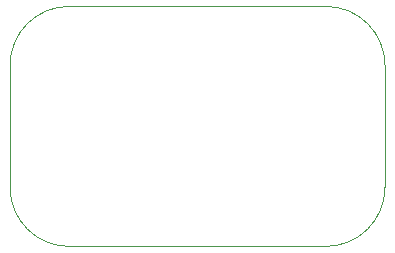
<source format=gbr>
%TF.GenerationSoftware,KiCad,Pcbnew,7.0.6*%
%TF.CreationDate,2023-12-01T18:18:27-07:00*%
%TF.ProjectId,modular sensor,6d6f6475-6c61-4722-9073-656e736f722e,1.0*%
%TF.SameCoordinates,Original*%
%TF.FileFunction,Profile,NP*%
%FSLAX46Y46*%
G04 Gerber Fmt 4.6, Leading zero omitted, Abs format (unit mm)*
G04 Created by KiCad (PCBNEW 7.0.6) date 2023-12-01 18:18:27*
%MOMM*%
%LPD*%
G01*
G04 APERTURE LIST*
%TA.AperFunction,Profile*%
%ADD10C,0.100000*%
%TD*%
G04 APERTURE END LIST*
D10*
X151464000Y-104394000D02*
X129714000Y-104394000D01*
X129714000Y-84074000D02*
X151464000Y-84074000D01*
X124714000Y-99394000D02*
X124714000Y-89074000D01*
X156464000Y-89074000D02*
G75*
G03*
X151464000Y-84074000I-5000000J0D01*
G01*
X124714000Y-99394000D02*
G75*
G03*
X129714000Y-104394000I5000000J0D01*
G01*
X156464000Y-89074000D02*
X156464000Y-99394000D01*
X129714000Y-84074000D02*
G75*
G03*
X124714000Y-89074000I0J-5000000D01*
G01*
X151464000Y-104394000D02*
G75*
G03*
X156464000Y-99394000I0J5000000D01*
G01*
M02*

</source>
